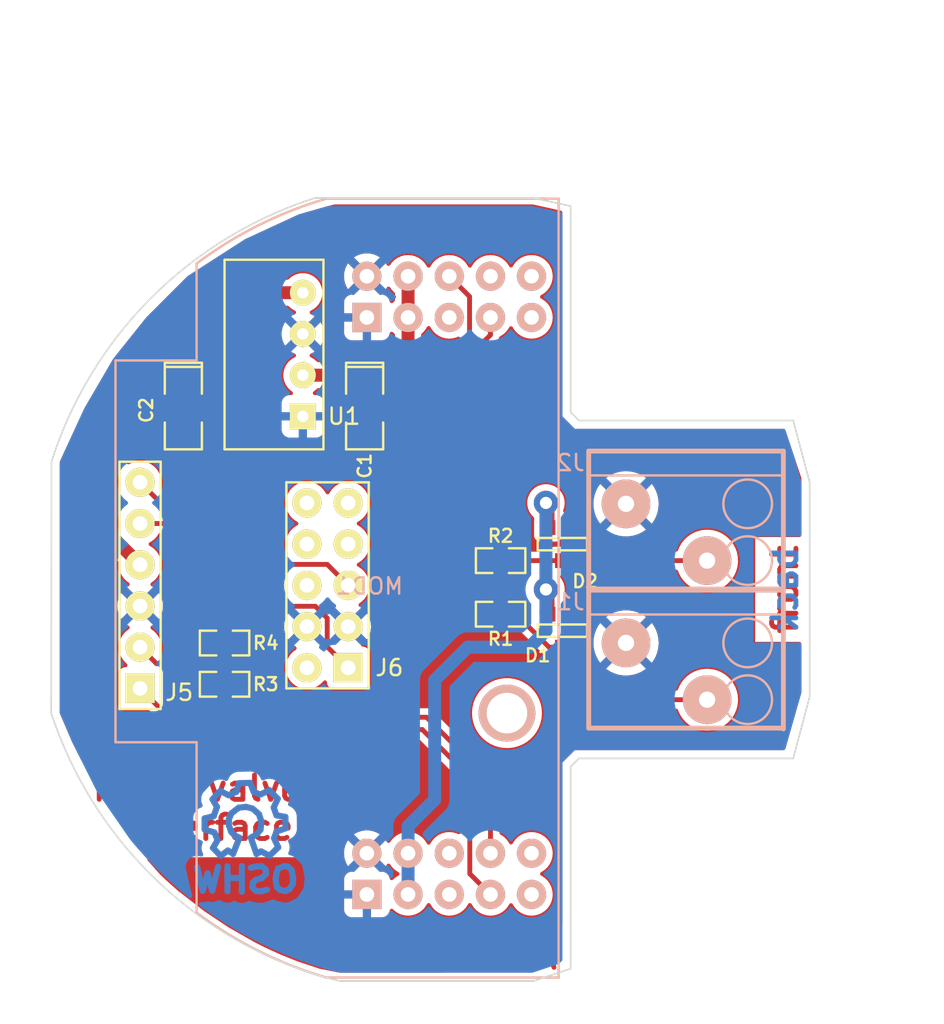
<source format=kicad_pcb>
(kicad_pcb (version 20211014) (generator pcbnew)
  (title_block (title "heatervalve-interface") (date "2023-11-19") (rev "A") (company "koewiba"))
  (layers (0 "F.Cu" signal) (31 "B.Cu" signal) (34 "B.Paste" user) (35 "F.Paste" user) (36 "B.SilkS" user "B.Silkscreen") (37 "F.SilkS" user "F.Silkscreen") (38 "B.Mask" user) (39 "F.Mask" user) (44 "Edge.Cuts" user))
  (net 0 "")
  (net 1 "+24V")
  (net 2 "GND")
  (net 3 "+3.3V")
  (net 4 "+5V")
  (net 5 "Net-(D1-Pad3)")
  (net 6 "Net-(D2-Pad3)")
  (net 7 "/RXD")
  (net 8 "Net-(J5-Pad2)")
  (net 9 "/STM8_RST")
  (net 10 "Net-(J5-Pad6)")
  (net 17 "Net-(MOD1-Pad6)")
  (net 18 "Net-(MOD1-Pad7)")
  (net 21 "/TXD")
  (footprint "Connector_Header:HEADER_5x2" (layer "F.Cu") (at 121.412 106.68 90)
    (fp_text reference "J6" (at 0 2.54 180) (layer "F.SilkS"))
    (fp_text value "CONN_5X2")
    (fp_line (start -1.27 1.27) (end -1.27 -3.81) (layer "F.SilkS") (width 0.15))
    (fp_line (start -1.27 -3.81) (end 11.43 -3.81) (layer "F.SilkS") (width 0.15))
    (fp_line (start 11.43 -3.81) (end 11.43 1.27) (layer "F.SilkS") (width 0.15))
    (fp_line (start 11.43 1.27) (end -1.27 1.27) (layer "F.SilkS") (width 0.15))
    (pad "1" thru_hole rect locked (at 0 0 90) (size 1.8 1.8) (drill 0.9) (layers *.Cu *.Mask "F.SilkS") (net 9 "/STM8_RST"))
    (pad "2" thru_hole circle locked (at 0 -2.54 90) (size 1.8 1.8) (drill 0.9) (layers *.Cu *.Mask "F.SilkS"))
    (pad "3" thru_hole circle locked (at 2.54 0 90) (size 1.8 1.8) (drill 0.9) (layers *.Cu *.Mask "F.SilkS") (net 2 "GND"))
    (pad "4" thru_hole circle locked (at 2.54 -2.54 90) (size 1.8 1.8) (drill 0.9) (layers *.Cu *.Mask "F.SilkS") (net 2 "GND"))
    (pad "5" thru_hole circle locked (at 5.08 0 90) (size 1.8 1.8) (drill 0.9) (layers *.Cu *.Mask "F.SilkS") (net 10 "Net-(J5-Pad6)"))
    (pad "6" thru_hole circle locked (at 5.08 -2.54 90) (size 1.8 1.8) (drill 0.9) (layers *.Cu *.Mask "F.SilkS"))
    (pad "7" thru_hole circle locked (at 7.62 0 90) (size 1.8 1.8) (drill 0.9) (layers *.Cu *.Mask "F.SilkS"))
    (pad "8" thru_hole circle locked (at 7.62 -2.54 90) (size 1.8 1.8) (drill 0.9) (layers *.Cu *.Mask "F.SilkS"))
    (pad "9" thru_hole circle locked (at 10.16 0 90) (size 1.8 1.8) (drill 0.9) (layers *.Cu *.Mask "F.SilkS"))
    (pad "10" thru_hole circle locked (at 10.16 -2.54 90) (size 1.8 1.8) (drill 0.9) (layers *.Cu *.Mask "F.SilkS"))
  )
  (footprint "Housings_SOT:SOT23-3" (layer "F.Cu") (at 134.62 99.06)
    (fp_text reference "D2" (at 1.397 2.286) (layer "F.SilkS") (effects (font (size 0.8 0.8))))
    (fp_text value "BAT54S")
    (fp_line (start 1.524 -0.381) (end 1.524 0.381) (layer "F.SilkS") (width 0.15))
    (fp_line (start 1.524 0.381) (end -1.524 0.381) (layer "F.SilkS") (width 0.15))
    (fp_line (start -1.524 0.381) (end -1.524 -0.381) (layer "F.SilkS") (width 0.15))
    (fp_line (start -1.524 -0.381) (end 1.524 -0.381) (layer "F.SilkS") (width 0.15))
    (pad "1" smd rect locked (at 0.889 -1.016) (size 0.9144 0.9144) (layers "F.Cu" "F.Paste" "F.Mask") (net 2 "GND"))
    (pad "2" smd rect locked (at -0.889 -1.016) (size 0.9144 0.9144) (layers "F.Cu" "F.Paste" "F.Mask") (net 4 "+5V"))
    (pad "3" smd rect locked (at 0 1.016) (size 0.9144 0.9144) (layers "F.Cu" "F.Paste" "F.Mask") (net 6 "Net-(D2-Pad3)"))
  )
  (footprint "Capacitors_SMD:CP_1206" (layer "F.Cu") (at 111.252 90.678 -90)
    (fp_text reference "C2" (at 0.127 2.286 90) (layer "F.SilkS") (effects (font (size 0.8 0.8))))
    (fp_text value "100µF")
    (fp_line (start -0.889 -1.143) (end -2.54 -1.143) (layer "F.SilkS") (width 0.15))
    (fp_line (start 2.54 1.143) (end 0.889 1.143) (layer "F.SilkS") (width 0.15))
    (fp_line (start -2.794 1.143) (end -2.54 1.143) (layer "F.SilkS") (width 0.15))
    (fp_line (start 0.889 -1.143) (end 2.54 -1.143) (layer "F.SilkS") (width 0.15))
    (fp_line (start -2.794 -1.143) (end -2.794 1.143) (layer "F.SilkS") (width 0.15))
    (fp_line (start -2.54 1.143) (end -0.889 1.143) (layer "F.SilkS") (width 0.15))
    (fp_line (start -2.54 -1.143) (end -2.54 1.143) (layer "F.SilkS") (width 0.15))
    (fp_line (start -2.54 -1.143) (end -2.794 -1.143) (layer "F.SilkS") (width 0.15))
    (fp_line (start 2.54 -1.143) (end 2.54 1.143) (layer "F.SilkS") (width 0.15))
    (pad "1" smd rect locked (at -1.651 0 270) (size 1.524 2.032) (layers "F.Cu" "F.Paste" "F.Mask") (net 3 "+3.3V"))
    (pad "2" smd rect locked (at 1.651 0 270) (size 1.524 2.032) (layers "F.Cu" "F.Paste" "F.Mask") (net 2 "GND"))
  )
  (footprint "Resistor:R_0805" (layer "F.Cu") (at 130.81 100.076 180)
    (fp_text reference "R2" (at 0 1.524) (layer "F.SilkS") (effects (font (size 0.8 0.8))))
    (fp_text value "4k7")
    (fp_line (start 1.524 -0.762) (end 1.524 0.762) (layer "F.SilkS") (width 0.15))
    (fp_line (start -0.508 0.762) (end -1.524 0.762) (layer "F.SilkS") (width 0.15))
    (fp_line (start -1.524 -0.762) (end -0.508 -0.762) (layer "F.SilkS") (width 0.15))
    (fp_line (start -1.524 0.762) (end -1.524 -0.762) (layer "F.SilkS") (width 0.15))
    (fp_line (start 0.508 -0.762) (end 1.524 -0.762) (layer "F.SilkS") (width 0.15))
    (fp_line (start 1.524 0.762) (end 0.508 0.762) (layer "F.SilkS") (width 0.15))
    (pad "1" smd rect locked (at -0.9525 0 180) (size 0.889 1.397) (layers "F.Cu" "F.Paste" "F.Mask") (net 6 "Net-(D2-Pad3)"))
    (pad "2" smd rect locked (at 0.9525 0 180) (size 0.889 1.397) (layers "F.Cu" "F.Paste" "F.Mask") (net 18 "Net-(MOD1-Pad7)"))
  )
  (footprint "Capacitors_SMD:CP_1206" (layer "F.Cu") (at 122.428 90.678 -90)
    (fp_text reference "C1" (at 3.556 0 90) (layer "F.SilkS") (effects (font (size 0.8 0.8))))
    (fp_text value "470µF")
    (fp_line (start -2.54 -1.143) (end -2.794 -1.143) (layer "F.SilkS") (width 0.15))
    (fp_line (start -2.54 -1.143) (end -2.54 1.143) (layer "F.SilkS") (width 0.15))
    (fp_line (start -0.889 -1.143) (end -2.54 -1.143) (layer "F.SilkS") (width 0.15))
    (fp_line (start -2.794 1.143) (end -2.54 1.143) (layer "F.SilkS") (width 0.15))
    (fp_line (start -2.54 1.143) (end -0.889 1.143) (layer "F.SilkS") (width 0.15))
    (fp_line (start 2.54 -1.143) (end 2.54 1.143) (layer "F.SilkS") (width 0.15))
    (fp_line (start 0.889 -1.143) (end 2.54 -1.143) (layer "F.SilkS") (width 0.15))
    (fp_line (start -2.794 -1.143) (end -2.794 1.143) (layer "F.SilkS") (width 0.15))
    (fp_line (start 2.54 1.143) (end 0.889 1.143) (layer "F.SilkS") (width 0.15))
    (pad "1" smd rect locked (at -1.651 0 270) (size 1.524 2.032) (layers "F.Cu" "F.Paste" "F.Mask") (net 1 "+24V"))
    (pad "2" smd rect locked (at 1.651 0 270) (size 1.524 2.032) (layers "F.Cu" "F.Paste" "F.Mask") (net 2 "GND"))
  )
  (footprint "Housings_SOT:SOT23-3" (layer "F.Cu") (at 134.62 104.394)
    (fp_text reference "D1" (at -1.524 1.524) (layer "F.SilkS") (effects (font (size 0.8 0.8))))
    (fp_text value "BAT54S")
    (fp_line (start -1.524 0.381) (end -1.524 -0.381) (layer "F.SilkS") (width 0.15))
    (fp_line (start 1.524 -0.381) (end 1.524 0.381) (layer "F.SilkS") (width 0.15))
    (fp_line (start 1.524 0.381) (end -1.524 0.381) (layer "F.SilkS") (width 0.15))
    (fp_line (start -1.524 -0.381) (end 1.524 -0.381) (layer "F.SilkS") (width 0.15))
    (pad "1" smd rect locked (at 0.889 -1.016) (size 0.9144 0.9144) (layers "F.Cu" "F.Paste" "F.Mask") (net 2 "GND"))
    (pad "2" smd rect locked (at -0.889 -1.016) (size 0.9144 0.9144) (layers "F.Cu" "F.Paste" "F.Mask") (net 4 "+5V"))
    (pad "3" smd rect locked (at 0 1.016) (size 0.9144 0.9144) (layers "F.Cu" "F.Paste" "F.Mask") (net 5 "Net-(D1-Pad3)"))
  )
  (footprint "Connector_Header:HEADER_6x1" (layer "F.Cu") (at 108.585 107.95 90)
    (fp_text reference "J5" (at -0.254 2.413 180) (layer "F.SilkS"))
    (fp_text value "CONN_6X1")
    (fp_line (start 13.97 -1.27) (end 13.97 1.27) (layer "F.SilkS") (width 0.15))
    (fp_line (start 13.97 1.27) (end -1.27 1.27) (layer "F.SilkS") (width 0.15))
    (fp_line (start -1.27 -1.27) (end 13.97 -1.27) (layer "F.SilkS") (width 0.15))
    (fp_line (start -1.27 1.27) (end -1.27 -1.27) (layer "F.SilkS") (width 0.15))
    (pad "1" thru_hole rect locked (at 0 0 90) (size 1.8 1.8) (drill 0.9) (layers *.Cu *.Mask "F.SilkS") (net 7 "/RXD"))
    (pad "2" thru_hole circle locked (at 2.54 0 90) (size 1.8 1.8) (drill 0.9) (layers *.Cu *.Mask "F.SilkS") (net 8 "Net-(J5-Pad2)"))
    (pad "3" thru_hole circle locked (at 5.08 0 90) (size 1.8 1.8) (drill 0.9) (layers *.Cu *.Mask "F.SilkS") (net 2 "GND"))
    (pad "4" thru_hole circle locked (at 7.62 0 90) (size 1.8 1.8) (drill 0.9) (layers *.Cu *.Mask "F.SilkS") (net 3 "+3.3V"))
    (pad "5" thru_hole circle locked (at 10.16 0 90) (size 1.8 1.8) (drill 0.9) (layers *.Cu *.Mask "F.SilkS") (net 9 "/STM8_RST"))
    (pad "6" thru_hole circle locked (at 12.7 0 90) (size 1.8 1.8) (drill 0.9) (layers *.Cu *.Mask "F.SilkS") (net 10 "Net-(J5-Pad6)"))
  )
  (footprint "Resistor:R_0805" (layer "F.Cu") (at 130.81 103.378 180)
    (fp_text reference "R1" (at 0 -1.524) (layer "F.SilkS") (effects (font (size 0.8 0.8))))
    (fp_text value "4k7")
    (fp_line (start -0.508 0.762) (end -1.524 0.762) (layer "F.SilkS") (width 0.15))
    (fp_line (start 1.524 -0.762) (end 1.524 0.762) (layer "F.SilkS") (width 0.15))
    (fp_line (start -1.524 0.762) (end -1.524 -0.762) (layer "F.SilkS") (width 0.15))
    (fp_line (start 0.508 -0.762) (end 1.524 -0.762) (layer "F.SilkS") (width 0.15))
    (fp_line (start 1.524 0.762) (end 0.508 0.762) (layer "F.SilkS") (width 0.15))
    (fp_line (start -1.524 -0.762) (end -0.508 -0.762) (layer "F.SilkS") (width 0.15))
    (pad "1" smd rect locked (at -0.9525 0 180) (size 0.889 1.397) (layers "F.Cu" "F.Paste" "F.Mask") (net 5 "Net-(D1-Pad3)"))
    (pad "2" smd rect locked (at 0.9525 0 180) (size 0.889 1.397) (layers "F.Cu" "F.Paste" "F.Mask") (net 17 "Net-(MOD1-Pad6)"))
  )
  (footprint "Resistor:R_0805" (layer "F.Cu") (at 113.792 105.156)
    (fp_text reference "R4" (at 2.54 0) (layer "F.SilkS") (effects (font (size 0.8 0.8))))
    (fp_text value "9k1")
    (fp_line (start -1.524 -0.762) (end -0.508 -0.762) (layer "F.SilkS") (width 0.15))
    (fp_line (start 0.508 -0.762) (end 1.524 -0.762) (layer "F.SilkS") (width 0.15))
    (fp_line (start -1.524 0.762) (end -1.524 -0.762) (layer "F.SilkS") (width 0.15))
    (fp_line (start 1.524 0.762) (end 0.508 0.762) (layer "F.SilkS") (width 0.15))
    (fp_line (start 1.524 -0.762) (end 1.524 0.762) (layer "F.SilkS") (width 0.15))
    (fp_line (start -0.508 0.762) (end -1.524 0.762) (layer "F.SilkS") (width 0.15))
    (pad "1" smd rect locked (at -0.9525 0) (size 0.889 1.397) (layers "F.Cu" "F.Paste" "F.Mask") (net 2 "GND"))
    (pad "2" smd rect locked (at 0.9525 0) (size 0.889 1.397) (layers "F.Cu" "F.Paste" "F.Mask") (net 8 "Net-(J5-Pad2)"))
  )
  (footprint "DCDC_Converter:AM1S-XXXX_SIL4" (layer "F.Cu") (at 118.618 91.186 90)
    (fp_text reference "U1" (at 0 2.54 180) (layer "F.SilkS"))
    (fp_text value "AM1S-2403")
    (fp_line (start 9.652 1.27) (end 9.652 -4.826) (layer "F.SilkS") (width 0.15))
    (fp_line (start -2.032 -4.826) (end -2.032 1.27) (layer "F.SilkS") (width 0.15))
    (fp_line (start 9.652 -4.826) (end -2.032 -4.826) (layer "F.SilkS") (width 0.15))
    (fp_line (start -2.032 1.27) (end 9.652 1.27) (layer "F.SilkS") (width 0.15))
    (pad "1" thru_hole rect locked (at 0 0 90) (size 1.6 1.6) (drill 0.7) (layers *.Cu *.Mask "F.SilkS") (net 2 "GND"))
    (pad "2" thru_hole circle locked (at 2.54 0 90) (size 1.6 1.6) (drill 0.7) (layers *.Cu *.Mask "F.SilkS") (net 1 "+24V"))
    (pad "3" thru_hole circle locked (at 5.08 0 90) (size 1.6 1.6) (drill 0.7) (layers *.Cu *.Mask "F.SilkS") (net 2 "GND"))
    (pad "4" thru_hole circle locked (at 7.62 0 90) (size 1.6 1.6) (drill 0.7) (layers *.Cu *.Mask "F.SilkS") (net 3 "+3.3V"))
  )
  (footprint "Resistor:R_0805" (layer "F.Cu") (at 113.792 107.696)
    (fp_text reference "R3" (at 2.54 0) (layer "F.SilkS") (effects (font (size 0.8 0.8))))
    (fp_text value "4k7")
    (fp_line (start 0.508 -0.762) (end 1.524 -0.762) (layer "F.SilkS") (width 0.15))
    (fp_line (start 1.524 -0.762) (end 1.524 0.762) (layer "F.SilkS") (width 0.15))
    (fp_line (start 1.524 0.762) (end 0.508 0.762) (layer "F.SilkS") (width 0.15))
    (fp_line (start -1.524 -0.762) (end -0.508 -0.762) (layer "F.SilkS") (width 0.15))
    (fp_line (start -1.524 0.762) (end -1.524 -0.762) (layer "F.SilkS") (width 0.15))
    (fp_line (start -0.508 0.762) (end -1.524 0.762) (layer "F.SilkS") (width 0.15))
    (pad "1" smd rect locked (at -0.9525 0) (size 0.889 1.397) (layers "F.Cu" "F.Paste" "F.Mask") (net 21 "/TXD"))
    (pad "2" smd rect locked (at 0.9525 0) (size 0.889 1.397) (layers "F.Cu" "F.Paste" "F.Mask") (net 8 "Net-(J5-Pad2)"))
  )
  (footprint "Symbol:Symbol_OSHW-Logo_Copper" (layer "B.Cu") (at 115.062 116.25326 180)
    (fp_text reference "LOGO1" hide)
    (fp_text value "OPEN_HARDWARE_1" hide)
    (fp_line (start -2.47904 -4.191) (end -2.16916 -4.11988) (layer "B.Cu") (width 0.381))
    (fp_line (start 1.03886 -3.37058) (end 1.04902 -3.38074) (layer "B.Cu") (width 0.381))
    (fp_line (start -1.50114 -2.00914) (end -0.98044 -1.7399) (layer "B.Cu") (width 0.381))
    (fp_line (start -1.8796 -3.4798) (end -1.9304 -3.07086) (layer "B.Cu") (width 0.381))
    (fp_line (start 1.08966 -2.65938) (end 1.08966 -4.20116) (layer "B.Cu") (width 0.381))
    (fp_line (start 0.39878 0.94996) (end -0.0508 1.00076) (layer "B.Cu") (width 0.381))
    (fp_line (start -1.04902 -3.37058) (end -0.6604 -3.50012) (layer "B.Cu") (width 0.381))
    (fp_line (start -1.02108 -2.65938) (end -1.25984 -2.86004) (layer "B.Cu") (width 0.381))
    (fp_line (start 2.49936 0.28956) (end 1.94056 0.42926) (layer "B.Cu") (width 0.381))
    (fp_line (start -1.78054 -0.92964) (end -2.03962 -1.49098) (layer "B.Cu") (width 0.381))
    (fp_line (start 1.50876 -2.0193) (end 1.9812 -1.52908) (layer "B.Cu") (width 0.381))
    (fp_line (start 1.04902 -3.38074) (end 1.04902 -3.37058) (layer "B.Cu") (width 0.381))
    (fp_line (start 0.55118 1.92024) (end 0.381 2.46126) (layer "B.Cu") (width 0.381))
    (fp_line (start -1.25984 -2.86004) (end -1.29032 -3.12928) (layer "B.Cu") (width 0.381))
    (fp_line (start 1.88976 -0.57912) (end 2.49936 -0.39116) (layer "B.Cu") (width 0.381))
    (fp_line (start 1.9812 -1.52908) (end 1.69926 -1.04902) (layer "B.Cu") (width 0.381))
    (fp_line (start -2.4892 -0.32004) (end -1.9304 -0.5207) (layer "B.Cu") (width 0.381))
    (fp_line (start 2.00914 1.47066) (end 1.53924 1.9812) (layer "B.Cu") (width 0.381))
    (fp_line (start -1.00076 0.09906) (end -0.94996 -0.39878) (layer "B.Cu") (width 0.381))
    (fp_line (start -0.48006 -3.66014) (end -0.43942 -3.95986) (layer "B.Cu") (width 0.381))
    (fp_line (start -2.9591 -3.40106) (end -2.93116 -3.74904) (layer "B.Cu") (width 0.381))
    (fp_line (start -0.35052 -0.89916) (end -0.70104 -1.89992) (layer "B.Cu") (width 0.381))
    (fp_line (start 0.24892 -3.38074) (end 1.03886 -3.37058) (layer "B.Cu") (width 0.381))
    (fp_line (start -0.0508 1.00076) (end -0.44958 0.89916) (layer "B.Cu") (width 0.381))
    (fp_line (start 0.20066 -4.21894) (end 0.21082 -4.20878) (layer "B.Cu") (width 0.381))
    (fp_line (start -2.6289 -2.66954) (end -2.8702 -2.91084) (layer "B.Cu") (width 0.381))
    (fp_line (start -2.47904 0.381) (end -2.4892 -0.32004) (layer "B.Cu") (width 0.381))
    (fp_line (start -2.00914 1.50114) (end -1.76022 0.96012) (layer "B.Cu") (width 0.381))
    (fp_line (start 1.69926 -1.04902) (end 1.88976 -0.57912) (layer "B.Cu") (width 0.381))
    (fp_line (start -2.7305 -4.06908) (end -2.47904 -4.191) (layer "B.Cu") (width 0.381))
    (fp_line (start 0.65024 -0.7493) (end 0.8509 -0.55118) (layer "B.Cu") (width 0.381))
    (fp_line (start -0.30988 2.47904) (end -0.5207 1.9304) (layer "B.Cu") (width 0.381))
    (fp_line (start 1.66878 -2.68986) (end 2.02946 -4.16052) (layer "B.Cu") (width 0.381))
    (fp_line (start 0.8509 0.59944) (end 0.39878 0.94996) (layer "B.Cu") (width 0.381))
    (fp_line (start 1.00076 0.24892) (end 0.8509 0.59944) (layer "B.Cu") (width 0.381))
    (fp_line (start -0.94996 -0.39878) (end -0.70104 -0.70104) (layer "B.Cu") (width 0.381))
    (fp_line (start 0.381 2.46126) (end -0.30988 2.47904) (layer "B.Cu") (width 0.381))
    (fp_line (start -2.03962 -2.78892) (end -2.4003 -2.65938) (layer "B.Cu") (width 0.381))
    (fp_line (start -0.98044 -1.7399) (end -0.70104 -1.89992) (layer "B.Cu") (width 0.381))
    (fp_line (start 2.61874 -4.17068) (end 2.9591 -2.72034) (layer "B.Cu") (width 0.381))
    (fp_line (start -1.29032 -3.12928) (end -1.04902 -3.37058) (layer "B.Cu") (width 0.381))
    (fp_line (start -0.6604 -3.50012) (end -0.48006 -3.66014) (layer "B.Cu") (width 0.381))
    (fp_line (start 1.02108 1.71958) (end 0.55118 1.92024) (layer "B.Cu") (width 0.381))
    (fp_line (start -0.5207 1.9304) (end -0.9398 1.76022) (layer "B.Cu") (width 0.381))
    (fp_line (start 2.30886 -3.0988) (end 2.61874 -4.17068) (layer "B.Cu") (width 0.381))
    (fp_line (start -0.9906 -4.20878) (end -1.34112 -4.09956) (layer "B.Cu") (width 0.381))
    (fp_line (start 1.53924 1.9812) (end 1.02108 1.71958) (layer "B.Cu") (width 0.381))
    (fp_line (start -2.37998 -2.64922) (end -2.6289 -2.66954) (layer "B.Cu") (width 0.381))
    (fp_line (start 2.49936 -0.39116) (end 2.49936 0.28956) (layer "B.Cu") (width 0.381))
    (fp_line (start 1.94056 0.42926) (end 1.7399 1.00076) (layer "B.Cu") (width 0.381))
    (fp_line (start 1.7399 1.00076) (end 2.00914 1.47066) (layer "B.Cu") (width 0.381))
    (fp_line (start -2.93116 -3.74904) (end -2.7305 -4.06908) (layer "B.Cu") (width 0.381))
    (fp_line (start -1.9304 0.48006) (end -2.47904 0.381) (layer "B.Cu") (width 0.381))
    (fp_line (start -1.9304 -3.07086) (end -2.03962 -2.78892) (layer "B.Cu") (width 0.381))
    (fp_line (start 2.02946 -4.16052) (end 2.30886 -3.0988) (layer "B.Cu") (width 0.381))
    (fp_line (start 0.73914 -1.8796) (end 1.06934 -1.6891) (layer "B.Cu") (width 0.381))
    (fp_line (start -0.70104 -2.66954) (end -1.02108 -2.65938) (layer "B.Cu") (width 0.381))
    (fp_line (start -1.9304 -0.5207) (end -1.7907 -0.91948) (layer "B.Cu") (width 0.381))
    (fp_line (start -0.8509 0.55118) (end -1.00076 0.09906) (layer "B.Cu") (width 0.381))
    (fp_line (start -0.9398 1.76022) (end -1.49098 2.02946) (layer "B.Cu") (width 0.381))
    (fp_line (start -2.8702 -2.91084) (end -2.9591 -3.40106) (layer "B.Cu") (width 0.381))
    (fp_line (start -0.67056 -4.18084) (end -0.9906 -4.20878) (layer "B.Cu") (width 0.381))
    (fp_line (start -2.16916 -4.11988) (end -1.95072 -3.93954) (layer "B.Cu") (width 0.381))
    (fp_line (start -1.95072 -3.93954) (end -1.8796 -3.4798) (layer "B.Cu") (width 0.381))
    (fp_line (start -1.76022 0.96012) (end -1.9304 0.48006) (layer "B.Cu") (width 0.381))
    (fp_line (start -2.03962 -1.49098) (end -1.50114 -2.00914) (layer "B.Cu") (width 0.381))
    (fp_line (start 0.20066 -2.64922) (end 0.20066 -4.21894) (layer "B.Cu") (width 0.381))
    (fp_line (start 1.00076 -0.14986) (end 1.00076 0.24892) (layer "B.Cu") (width 0.381))
    (fp_line (start -0.70104 -0.70104) (end -0.35052 -0.89916) (layer "B.Cu") (width 0.381))
    (fp_line (start 0.8509 -0.55118) (end 1.00076 -0.14986) (layer "B.Cu") (width 0.381))
    (fp_line (start -0.43942 -3.95986) (end -0.67056 -4.18084) (layer "B.Cu") (width 0.381))
    (fp_line (start -1.49098 2.02946) (end -2.00914 1.50114) (layer "B.Cu") (width 0.381))
    (fp_line (start 0.35052 -0.89916) (end 0.7493 -1.89992) (layer "B.Cu") (width 0.381))
    (fp_line (start 0.35052 -0.89916) (end 0.65024 -0.7493) (layer "B.Cu") (width 0.381))
    (fp_line (start 1.06934 -1.6891) (end 1.50876 -2.0193) (layer "B.Cu") (width 0.381))
    (fp_line (start -0.44958 0.89916) (end -0.8509 0.55118) (layer "B.Cu") (width 0.381))
    (fp_line (start -0.35052 -2.75082) (end -0.70104 -2.66954) (layer "B.Cu") (width 0.381))
  )
  (footprint "Modules:bus-module_attiny1634" (layer "B.Cu") (at 122.719 85.06 180)
    (fp_text reference "MOD1" (at 0 -16.59) (layer "B.SilkS") (effects (justify mirror)))
    (fp_text value "bus-module_attiny1634_revB")
    (fp_line (start 15.65 -2.68) (end 15.65 -26.21) (layer "B.SilkS") (width 0.15))
    (fp_line (start 10.65 3.3) (end 10.65 -2.68) (layer "B.SilkS") (width 0.15))
    (fp_line (start -11.665 -40.71) (end 2.65 -40.71) (layer "B.SilkS") (width 0.15))
    (fp_line (start 10.65 -2.68) (end 15.65 -2.68) (layer "B.SilkS") (width 0.15))
    (fp_line (start -11.665 7.29) (end -11.665 -40.71) (layer "B.SilkS") (width 0.15))
    (fp_line (start 10.65 -26.21) (end 10.65 -31.28) (layer "B.SilkS") (width 0.15))
    (fp_line (start 10.65 -36.705) (end 10.65 -31.28) (layer "B.SilkS") (width 0.15))
    (fp_line (start 2.65 7.29) (end -11.665 7.29) (layer "B.SilkS") (width 0.15))
    (fp_line (start 15.65 -26.21) (end 10.65 -26.21) (layer "B.SilkS") (width 0.15))
    (fp_arc (start 2.653678 -40.708927) (mid 6.832053 -39.069823) (end 10.65 -36.71) (layer "B.SilkS") (width 0.15))
    (fp_arc (start 10.648942 3.290794) (mid 6.829748 5.650976) (end 2.65 7.29) (layer "B.SilkS") (width 0.15))
    (pad "1" thru_hole rect locked (at 0.154 -0.03 180) (size 1.8 1.8) (drill 0.9) (layers *.Cu *.Mask "B.SilkS") (net 2 "GND"))
    (pad "2" thru_hole circle locked (at 0.154 2.51 180) (size 1.8 1.8) (drill 0.9) (layers *.Cu *.Mask "B.SilkS") (net 2 "GND"))
    (pad "3" thru_hole circle locked (at -2.386 -0.03 180) (size 1.8 1.8) (drill 0.9) (layers *.Cu *.Mask "B.SilkS") (net 1 "+24V"))
    (pad "4" thru_hole circle locked (at -2.386 2.51 180) (size 1.8 1.8) (drill 0.9) (layers *.Cu *.Mask "B.SilkS") (net 1 "+24V"))
    (pad "5" thru_hole circle locked (at -4.926 -0.03 180) (size 1.8 1.8) (drill 0.9) (layers *.Cu *.Mask "B.SilkS"))
    (pad "6" thru_hole circle locked (at -4.926 2.51 180) (size 1.8 1.8) (drill 0.9) (layers *.Cu *.Mask "B.SilkS") (net 17 "Net-(MOD1-Pad6)"))
    (pad "7" thru_hole circle locked (at -7.466 -0.03 180) (size 1.8 1.8) (drill 0.9) (layers *.Cu *.Mask "B.SilkS") (net 18 "Net-(MOD1-Pad7)"))
    (pad "8" thru_hole circle locked (at -7.466 2.51 180) (size 1.8 1.8) (drill 0.9) (layers *.Cu *.Mask "B.SilkS"))
    (pad "9" thru_hole circle locked (at -9.996 -0.03 180) (size 1.8 1.8) (drill 0.9) (layers *.Cu *.Mask "B.SilkS"))
    (pad "10" thru_hole circle locked (at -9.996 2.51 180) (size 1.8 1.8) (drill 0.9) (layers *.Cu *.Mask "B.SilkS"))
    (pad "11" thru_hole rect locked (at 0.154 -35.59 180) (size 1.8 1.8) (drill 0.9) (layers *.Cu *.Mask "B.SilkS") (net 2 "GND"))
    (pad "12" thru_hole circle locked (at 0.154 -33.05 180) (size 1.8 1.8) (drill 0.9) (layers *.Cu *.Mask "B.SilkS") (net 2 "GND"))
    (pad "13" thru_hole circle locked (at -2.386 -35.59 180) (size 1.8 1.8) (drill 0.9) (layers *.Cu *.Mask "B.SilkS") (net 4 "+5V"))
    (pad "14" thru_hole circle locked (at -2.386 -33.05 180) (size 1.8 1.8) (drill 0.9) (layers *.Cu *.Mask "B.SilkS") (net 4 "+5V"))
    (pad "15" thru_hole circle locked (at -4.926 -35.59 180) (size 1.8 1.8) (drill 0.9) (layers *.Cu *.Mask "B.SilkS"))
    (pad "16" thru_hole circle locked (at -4.926 -33.05 180) (size 1.8 1.8) (drill 0.9) (layers *.Cu *.Mask "B.SilkS"))
    (pad "17" thru_hole circle locked (at -7.466 -35.59 180) (size 1.8 1.8) (drill 0.9) (layers *.Cu *.Mask "B.SilkS") (net 7 "/RXD"))
    (pad "18" thru_hole circle locked (at -7.466 -33.05 180) (size 1.8 1.8) (drill 0.9) (layers *.Cu *.Mask "B.SilkS") (net 21 "/TXD"))
    (pad "19" thru_hole circle locked (at -9.996 -35.59 180) (size 1.8 1.8) (drill 0.9) (layers *.Cu *.Mask "B.SilkS"))
    (pad "20" thru_hole circle locked (at -9.996 -33.05 180) (size 1.8 1.8) (drill 0.9) (layers *.Cu *.Mask "B.SilkS"))
    (pad "21" thru_hole circle locked (at -8.482 -24.414 180) (size 3.5 3.5) (drill 2.5) (layers *.Cu *.Mask "B.SilkS"))
  )
  (footprint "Connector_WAGO:WAGO250-202" (layer "B.Cu") (at 143.54 108.647 -90)
    (fp_text reference "J1" (at -6.031 8.412 180) (layer "B.SilkS") (effects (justify mirror)))
    (fp_text value "CONN_2X1")
    (fp_line (start 1.75 7.3) (end -6.75 7.3) (layer "B.SilkS") (width 0.3))
    (fp_line (start -6.75 -4.7) (end 1.8 -4.7) (layer "B.SilkS") (width 0.3))
    (fp_line (start -5.25 7.3) (end -5.25 -4.7) (layer "B.SilkS") (width 0.15))
    (fp_line (start -6.75 7.3) (end -6.75 -4.7) (layer "B.SilkS") (width 0.3))
    (fp_line (start 1.75 7.3) (end 1.75 -4.7) (layer "B.SilkS") (width 0.3))
    (fp_circle (center 0 -2.5) (end 0 -1) (layer "B.SilkS") (width 0.15) (fill none))
    (fp_circle (center -3.5 -2.5) (end -3.5 -1) (layer "B.SilkS") (width 0.15) (fill none))
    (pad "1" thru_hole circle locked (at 0 0 270) (size 3 3) (drill 1) (layers *.Cu *.Mask "B.SilkS") (net 5 "Net-(D1-Pad3)"))
    (pad "2" thru_hole circle locked (at -3.5 5 270) (size 3 3) (drill 1) (layers *.Cu *.Mask "B.SilkS") (net 2 "GND"))
  )
  (footprint "Connector_WAGO:WAGO250-202" (layer "B.Cu") (at 143.54 100.076 -90)
    (fp_text reference "J2" (at -6.031 8.412 180) (layer "B.SilkS") (effects (justify mirror)))
    (fp_text value "CONN_2X1")
    (fp_line (start -6.75 7.3) (end -6.75 -4.7) (layer "B.SilkS") (width 0.3))
    (fp_line (start -5.25 7.3) (end -5.25 -4.7) (layer "B.SilkS") (width 0.15))
    (fp_line (start 1.75 7.3) (end -6.75 7.3) (layer "B.SilkS") (width 0.3))
    (fp_line (start -6.75 -4.7) (end 1.8 -4.7) (layer "B.SilkS") (width 0.3))
    (fp_line (start 1.75 7.3) (end 1.75 -4.7) (layer "B.SilkS") (width 0.3))
    (fp_circle (center 0 -2.5) (end 0 -1) (layer "B.SilkS") (width 0.15) (fill none))
    (fp_circle (center -3.5 -2.5) (end -3.5 -1) (layer "B.SilkS") (width 0.15) (fill none))
    (pad "1" thru_hole circle locked (at 0 0 270) (size 3 3) (drill 1) (layers *.Cu *.Mask "B.SilkS") (net 6 "Net-(D2-Pad3)"))
    (pad "2" thru_hole circle locked (at -3.5 5 270) (size 3 3) (drill 1) (layers *.Cu *.Mask "B.SilkS") (net 2 "GND"))
  )
  (gr_line (start 132.842 77.724001) (end 119.38 77.724) (layer "Edge.Cuts") (width 0.1))
  (gr_line (start 103.124 93.98) (end 103.109383 109.478821) (layer "Edge.Cuts") (width 0.1))
  (gr_line (start 132.842 77.724001) (end 135.128 78.232) (layer "Edge.Cuts") (width 0.1))
  (gr_line (start 135.128 78.232) (end 135.128 90.932) (layer "Edge.Cuts") (width 0.1))
  (gr_line (start 132.842 125.984) (end 135.128 125.222) (layer "Edge.Cuts") (width 0.1))
  (gr_line (start 135.636 91.44) (end 148.844 91.44) (layer "Edge.Cuts") (width 0.1))
  (gr_line (start 135.128 112.776) (end 135.636 112.268) (layer "Edge.Cuts") (width 0.1))
  (gr_line (start 135.128 90.932) (end 135.636 91.44) (layer "Edge.Cuts") (width 0.1))
  (gr_line (start 120.904 125.984) (end 132.842 125.984) (layer "Edge.Cuts") (width 0.1))
  (gr_arc (start 103.124 93.98) (mid 109.278152 83.878152) (end 119.38 77.724) (layer "Edge.Cuts") (width 0.1))
  (gr_line (start 119.888 125.729999) (end 120.904 125.984) (layer "Edge.Cuts") (width 0.1))
  (gr_line (start 135.636 112.268) (end 148.844 112.268) (layer "Edge.Cuts") (width 0.1))
  (gr_arc (start 119.888 125.729999) (mid 109.498121 119.66991) (end 103.109383 109.478821) (layer "Edge.Cuts") (width 0.1))
  (gr_line (start 148.844 91.44) (end 149.86 95.241123) (layer "Edge.Cuts") (width 0.1))
  (gr_line (start 135.128 125.222) (end 135.128 112.776) (layer "Edge.Cuts") (width 0.1))
  (gr_line (start 148.844 112.268) (end 149.86 108.458) (layer "Edge.Cuts") (width 0.1))
  (gr_line (start 149.86 108.458) (end 149.86 95.241123) (layer "Edge.Cuts") (width 0.1))
  (gr_text "Rev A" (at 131.064 124.46) (layer "F.Cu") (effects (font (size 1.5 1.5) (thickness 0.3))))
  (gr_text "front" (at 148.336 101.854 90) (layer "F.Cu") (effects (font (size 1.5 1.5) (thickness 0.3))))
  (gr_text "heatervalve-\ninterface" (at 113.03 115.316) (layer "F.Cu") (effects (font (size 1.5 1.5) (thickness 0.3))))
  (gr_text "back" (at 148.336 101.854 90) (layer "B.Cu") (effects (font (size 1.5 1.5) (thickness 0.3)) (justify mirror)))
  (segment (start 124.079 89.027) (end 125.105 88.001) (width 0.8) (layer "F.Cu") (net 1))
  (segment (start 120.523 89.027) (end 120.142 88.646) (width 0.8) (layer "F.Cu") (net 1))
  (segment (start 120.142 88.646) (end 118.618 88.646) (width 0.8) (layer "F.Cu") (net 1))
  (segment (start 122.428 89.027) (end 120.523 89.027) (width 0.8) (layer "F.Cu") (net 1))
  (segment (start 125.105 88.001) (end 125.105 85.09) (width 0.8) (layer "F.Cu") (net 1))
  (segment (start 122.428 89.027) (end 124.079 89.027) (width 0.8) (layer "F.Cu") (net 1))
  (segment (start 125.105 82.55) (end 125.105 85.09) (width 0.8) (layer "F.Cu") (net 1))
  (segment (start 125.105 85.09) (end 125.105 85.549022) (width 0.8) (layer "B.Cu") (net 1))
  (segment (start 111.252 89.027) (end 109.855 89.027) (width 0.8) (layer "F.Cu") (net 3))
  (segment (start 109.855 89.027) (end 106.934 91.948) (width 0.8) (layer "F.Cu") (net 3))
  (segment (start 106.934 91.948) (end 106.934 98.679) (width 0.8) (layer "F.Cu") (net 3))
  (segment (start 106.934 98.679) (end 108.585 100.33) (width 0.8) (layer "F.Cu") (net 3))
  (segment (start 118.618 83.566) (end 115.824 83.566) (width 0.8) (layer "F.Cu") (net 3))
  (segment (start 115.824 83.566) (end 111.252 88.138) (width 0.8) (layer "F.Cu") (net 3))
  (segment (start 111.252 88.138) (end 111.252 89.027) (width 0.8) (layer "F.Cu") (net 3))
  (segment (start 133.731 98.044) (end 133.731 96.647) (width 0.8) (layer "F.Cu") (net 4))
  (segment (start 133.731 103.378) (end 133.604 103.251) (width 0.8) (layer "F.Cu") (net 4))
  (segment (start 133.731 101.981) (end 133.604 101.854) (width 0.8) (layer "F.Cu") (net 4))
  (segment (start 133.731 103.378) (end 133.731 101.981) (width 0.8) (layer "F.Cu") (net 4))
  (segment (start 133.731 96.647) (end 133.604 96.52) (width 0.8) (layer "F.Cu") (net 4))
  (via (at 133.604 101.854) (size 1.5) (drill 0.75) (layers "F.Cu" "B.Cu") (net 4))
  (via (at 133.604 96.52) (size 1.5) (drill 0.75) (layers "F.Cu" "B.Cu") (net 4))
  (segment (start 132.588 105.41) (end 128.778 105.41) (width 0.8) (layer "B.Cu") (net 4))
  (segment (start 133.604 104.394) (end 132.588 105.41) (width 0.8) (layer "B.Cu") (net 4))
  (segment (start 126.746 114.808) (end 125.105 116.449) (width 0.8) (layer "B.Cu") (net 4))
  (segment (start 126.746 107.442) (end 126.746 114.808) (width 0.8) (layer "B.Cu") (net 4))
  (segment (start 133.604 101.854) (end 133.604 104.394) (width 0.8) (layer "B.Cu") (net 4))
  (segment (start 125.105 116.449) (end 125.105 118.11) (width 0.8) (layer "B.Cu") (net 4))
  (segment (start 125.105 120.65) (end 125.105 118.11) (width 0.8) (layer "B.Cu") (net 4))
  (segment (start 128.778 105.41) (end 126.746 107.442) (width 0.8) (layer "B.Cu") (net 4))
  (segment (start 133.604 101.854) (end 133.604 96.52) (width 0.8) (layer "B.Cu") (net 4))
  (segment (start 134.62 105.41) (end 133.7945 105.41) (width 0.3) (layer "F.Cu") (net 5))
  (segment (start 133.7945 105.41) (end 131.7625 103.378) (width 0.3) (layer "F.Cu") (net 5))
  (segment (start 137.857 108.647) (end 134.62 105.41) (width 0.3) (layer "F.Cu") (net 5))
  (segment (start 143.54 108.647) (end 137.857 108.647) (width 0.3) (layer "F.Cu") (net 5))
  (segment (start 131.7625 100.076) (end 134.62 100.076) (width 0.3) (layer "F.Cu") (net 6))
  (segment (start 134.62 100.076) (end 143.54 100.076) (width 0.3) (layer "F.Cu") (net 6))
  (segment (start 111.125 110.49) (end 125.984 110.49) (width 0.3) (layer "F.Cu") (net 7))
  (segment (start 108.585 107.95) (end 111.125 110.49) (width 0.3) (layer "F.Cu") (net 7))
  (segment (start 125.984 110.49) (end 128.910489 113.416489) (width 0.3) (layer "F.Cu") (net 7))
  (segment (start 128.910489 113.416489) (end 128.910489 119.375489) (width 0.3) (layer "F.Cu") (net 7))
  (segment (start 128.910489 119.375489) (end 130.185 120.65) (width 0.3) (layer "F.Cu") (net 7))
  (segment (start 114.7445 106.3625) (end 114.7445 107.696) (width 0.3) (layer "F.Cu") (net 8))
  (segment (start 114.681 106.426) (end 114.7445 106.3625) (width 0.3) (layer "F.Cu") (net 8))
  (segment (start 114.7445 105.156) (end 114.7445 106.3625) (width 0.3) (layer "F.Cu") (net 8))
  (segment (start 109.601 106.426) (end 114.681 106.426) (width 0.3) (layer "F.Cu") (net 8))
  (segment (start 108.585 105.41) (end 109.601 106.426) (width 0.3) (layer "F.Cu") (net 8))
  (segment (start 115.336489 102.890489) (end 110.236 97.79) (width 0.3) (layer "F.Cu") (net 9))
  (segment (start 110.236 97.79) (end 108.585 97.79) (width 0.3) (layer "F.Cu") (net 9))
  (segment (start 121.412 106.68) (end 120.121511 105.389511) (width 0.3) (layer "F.Cu") (net 9))
  (segment (start 120.121511 105.389511) (end 120.121511 103.622435) (width 0.3) (layer "F.Cu") (net 9))
  (segment (start 119.389565 102.890489) (end 115.336489 102.890489) (width 0.3) (layer "F.Cu") (net 9))
  (segment (start 120.121511 103.622435) (end 119.389565 102.890489) (width 0.3) (layer "F.Cu") (net 9))
  (segment (start 120.121511 100.309511) (end 113.644511 100.309511) (width 0.3) (layer "F.Cu") (net 10))
  (segment (start 121.412 101.6) (end 120.121511 100.309511) (width 0.3) (layer "F.Cu") (net 10))
  (segment (start 113.644511 100.309511) (end 108.585 95.25) (width 0.3) (layer "F.Cu") (net 10))
  (segment (start 129.8575 103.378) (end 128.894511 102.415011) (width 0.3) (layer "F.Cu") (net 17))
  (segment (start 128.894511 102.415011) (end 128.894511 83.799511) (width 0.3) (layer "F.Cu") (net 17))
  (segment (start 128.894511 83.799511) (end 127.645 82.55) (width 0.3) (layer "F.Cu") (net 17))
  (segment (start 129.8575 86.493396) (end 130.185 86.165896) (width 0.3) (layer "F.Cu") (net 18))
  (segment (start 129.8575 100.076) (end 129.8575 86.493396) (width 0.3) (layer "F.Cu") (net 18))
  (segment (start 130.185 86.165896) (end 130.185 85.09) (width 0.3) (layer "F.Cu") (net 18))
  (segment (start 130.185 118.11) (end 130.185 113.675) (width 0.3) (layer "F.Cu") (net 21))
  (segment (start 130.185 113.675) (end 126.238 109.728) (width 0.3) (layer "F.Cu") (net 21))
  (segment (start 126.238 109.728) (end 113.538 109.728) (width 0.3) (layer "F.Cu") (net 21))
  (segment (start 112.8395 109.0295) (end 112.8395 107.696) (width 0.3) (layer "F.Cu") (net 21))
  (segment (start 113.538 109.728) (end 112.8395 109.0295) (width 0.3) (layer "F.Cu") (net 21))
  (zone (net 2) (net_name "GND") (layer "F.Cu") (connect_pads (clearance 0.4)) (min_thickness 0.254) (fill yes (thermal_gap 0.508) (thermal_bridge_width 0.508) (smoothing fillet))
    (polygon (pts (xy 134.62 78.486) (xy 134.62 91.186) (xy 135.382 91.948) (xy 148.336 91.948) (xy 149.352 94.996) (xy 149.352 108.204) (xy 148.336 111.76) (xy 135.382 111.76) (xy 134.62 112.522) (xy 134.62 124.714) (xy 133.858 125.476) (xy 120.904 125.476) (xy 119.634 125.222) (xy 118.11 124.714) (xy 116.84 124.206) (xy 115.824 123.698) (xy 114.046 122.682) (xy 112.522 121.666) (xy 110.236 119.888) (xy 108.204 117.602) (xy 105.918 114.3) (xy 104.394 111.252) (xy 103.632 109.474) (xy 103.632 93.98) (xy 105.156 90.678) (xy 106.934 87.63) (xy 108.966 85.09) (xy 111.506 82.55) (xy 115.062 80.264) (xy 118.364 78.74) (xy 120.142 78.232) (xy 121.158 77.978) (xy 134.112 77.978)))
  )
  (zone (net 2) (net_name "GND") (layer "B.Cu") (connect_pads (clearance 0.508)) (min_thickness 0.254) (fill yes (thermal_gap 0.508) (thermal_bridge_width 0.508))
    (polygon (pts (xy 134.62 78.486) (xy 134.62 91.186) (xy 135.382 91.948) (xy 148.336 91.948) (xy 149.352 94.996) (xy 149.352 108.204) (xy 148.336 111.76) (xy 135.382 111.76) (xy 134.62 112.522) (xy 134.62 124.714) (xy 133.858 125.476) (xy 120.904 125.476) (xy 119.634 125.222) (xy 118.11 124.714) (xy 116.84 124.206) (xy 115.824 123.698) (xy 114.046 122.682) (xy 112.522 121.666) (xy 110.236 119.888) (xy 108.204 117.602) (xy 105.918 114.3) (xy 104.394 111.252) (xy 103.632 109.474) (xy 103.632 93.98) (xy 105.156 90.678) (xy 106.934 87.63) (xy 108.966 85.09) (xy 111.506 82.55) (xy 115.062 80.264) (xy 118.364 78.74) (xy 120.142 78.232) (xy 121.158 77.978) (xy 134.112 77.978)))
  )
)
</source>
